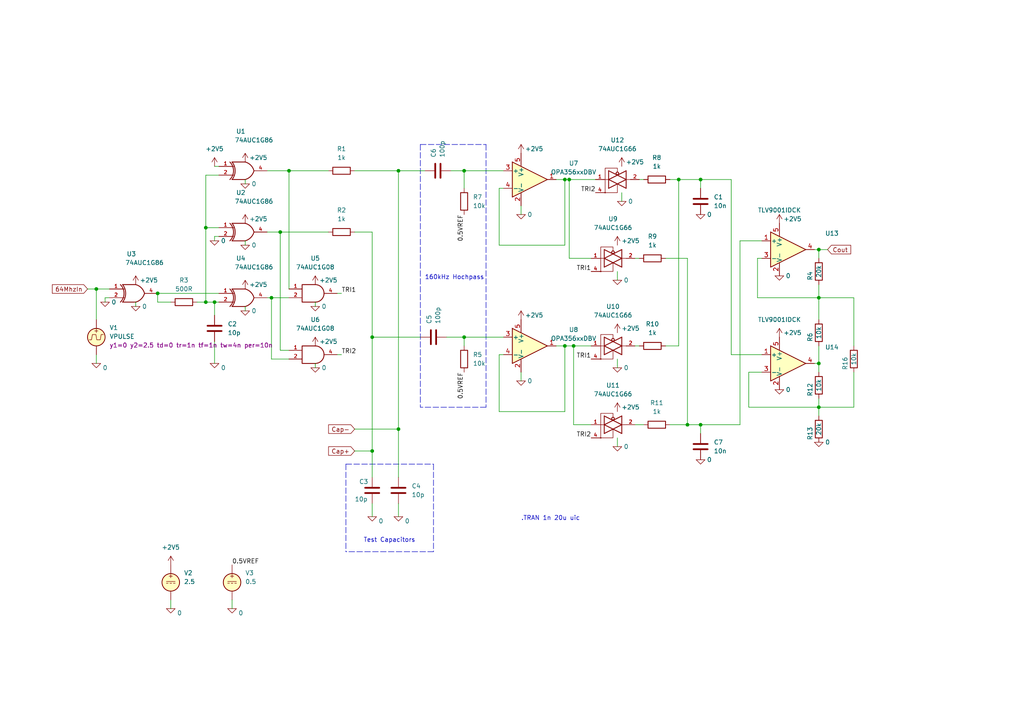
<source format=kicad_sch>
(kicad_sch (version 20211123) (generator eeschema)
  (paper "A4")
  (lib_symbols
    (symbol "74xGxx:74AUC1G08" (pin_names (offset 1.016))
      (property "Reference" "U" (at -2.54 3.81 0))
      (property "Value" "74AUC1G08" (at 0 -3.81 0))
      (symbol "74AUC1G08_0_1"
        (arc (start 0 -2.54) (mid 2.54 0) (end 0 2.54) (stroke (width 0.254)))
        (polyline (pts (xy 0 -2.54) (xy -3.81 -2.54) (xy -3.81 2.54) (xy 0 2.54)) (stroke (width 0.254)))
      )
      (symbol "74AUC1G08_1_1"
        (pin input line (at -7.62 1.27 0) (length 3.81) (name "~") (number "1"))
        (pin input line (at -7.62 -1.27 0) (length 3.81) (name "~") (number "2"))
        (pin power_in line (at 0 -2.54 270) (length 0) hide (name "GND") (number "3"))
        (pin output line (at 6.35 0 180) (length 3.81) (name "~") (number "4"))
        (pin power_in line (at 0 2.54 90) (length 0) hide (name "VCC") (number "5"))
      )
    )
    (symbol "74xGxx:74AUC1G66"
      (property "Reference" "U" (at -2.54 5.08 0))
      (property "Value" "74AUC1G66" (at 0 -5.08 0))
      (symbol "74AUC1G66_0_1"
        (circle (center -3.556 -3.81) (radius 0.127))
        (polyline (pts (xy -3.81 0) (xy -2.54 0)))
        (polyline (pts (xy -2.54 2.54) (xy -2.54 -2.54)) (stroke (width 0.254)))
        (polyline (pts (xy 2.54 0) (xy 3.81 0)))
        (polyline (pts (xy 2.54 2.54) (xy 2.54 -2.54)) (stroke (width 0.254)))
        (polyline (pts (xy -3.81 -3.81) (xy 0 -3.81) (xy 0 -1.27)))
        (polyline (pts (xy -2.54 -2.54) (xy 2.54 0) (xy -2.54 2.54)) (stroke (width 0.254)))
        (polyline (pts (xy 2.54 2.54) (xy -2.54 0) (xy 2.54 -2.54)) (stroke (width 0.254)))
        (polyline (pts (xy 0 2.159) (xy 0 3.302) (xy -3.556 3.302) (xy -3.556 -3.81)))
        (circle (center 0 1.778) (radius 0.381) (stroke (width 0.254)))
      )
      (symbol "74AUC1G66_1_1"
        (pin bidirectional line (at -6.35 0 0) (length 2.54) (name "~") (number "1"))
        (pin bidirectional line (at 6.35 0 180) (length 2.54) (name "~") (number "2"))
        (pin power_in line (at 1.27 -3.81 270) (length 0) hide (name "GND") (number "3"))
        (pin input line (at -6.35 -3.81 0) (length 2.54) (name "~") (number "4"))
        (pin power_in line (at 1.27 3.81 90) (length 0) hide (name "VCC") (number "5"))
      )
    )
    (symbol "74xGxx:74AUC1G86" (pin_names (offset 1.016))
      (property "Reference" "U" (at -2.54 3.81 0))
      (property "Value" "74AUC1G86" (at 0 -3.81 0))
      (symbol "74AUC1G86_0_1"
        (arc (start -4.445 -2.54) (mid -3.3929 0) (end -4.445 2.54) (stroke (width 0.254)))
        (arc (start -3.81 -2.54) (mid -2.919 0) (end -3.81 2.54) (stroke (width 0.254)))
        (arc (start 0 -2.54) (mid 1.5993 -1.6027) (end 2.54 0) (stroke (width 0.254)))
        (polyline (pts (xy -3.81 -1.27) (xy -3.175 -1.27)))
        (polyline (pts (xy -3.81 1.27) (xy -3.175 1.27)))
        (polyline (pts (xy 0 -2.54) (xy -3.81 -2.54)) (stroke (width 0.254)) (fill (type background)))
        (polyline (pts (xy 0 2.54) (xy -3.81 2.54)) (stroke (width 0.254)) (fill (type background)))
        (arc (start 2.54 0) (mid 1.6119 1.6152) (end 0 2.54) (stroke (width 0.254)))
      )
      (symbol "74AUC1G86_1_1"
        (pin input line (at -7.62 1.27 0) (length 3.81) (name "~") (number "1"))
        (pin input line (at -7.62 -1.27 0) (length 3.81) (name "~") (number "2"))
        (pin power_in line (at 0 -2.54 270) (length 0) hide (name "GND") (number "3"))
        (pin output line (at 6.35 0 180) (length 3.81) (name "~") (number "4"))
        (pin power_in line (at 0 2.54 90) (length 0) hide (name "VCC") (number "5"))
      )
    )
    (symbol "Amplifier_Operational:OPA356xxDBV" (pin_names (offset 0.127))
      (property "Reference" "U" (at -1.27 6.35 0))
      (property "Value" "OPA356xxDBV" (at -1.27 3.81 0))
      (symbol "OPA356xxDBV_0_1"
        (polyline (pts (xy -5.08 5.08) (xy 5.08 0) (xy -5.08 -5.08) (xy -5.08 5.08)) (stroke (width 0.254)) (fill (type background)))
        (pin power_in line (at -2.54 -7.62 90) (length 3.81) (name "V-") (number "2"))
        (pin power_in line (at -2.54 7.62 270) (length 3.81) (name "V+") (number "5"))
      )
      (symbol "OPA356xxDBV_1_1"
        (pin output line (at 7.62 0 180) (length 2.54) (name "~") (number "1"))
        (pin input line (at -7.62 2.54 0) (length 2.54) (name "+") (number "3"))
        (pin input line (at -7.62 -2.54 0) (length 2.54) (name "-") (number "4"))
      )
    )
    (symbol "Amplifier_Operational:TLV9001IDCK" (pin_names (offset 0.127))
      (property "Reference" "U" (at 7.62 2.54 0))
      (property "Value" "TLV9001IDCK" (at 11.43 -2.54 0))
      (symbol "TLV9001IDCK_0_1"
        (polyline (pts (xy -2.54 5.08) (xy -2.54 -5.08) (xy 7.62 0) (xy -2.54 5.08)) (stroke (width 0.254)) (fill (type background)))
      )
      (symbol "TLV9001IDCK_1_1"
        (pin input line (at -5.08 2.54 0) (length 2.54) (name "+") (number "1"))
        (pin power_in line (at 0 -7.62 90) (length 3.81) (name "V-") (number "2"))
        (pin input line (at -5.08 -2.54 0) (length 2.54) (name "-") (number "3"))
        (pin output line (at 10.16 0 180) (length 2.54) (name "~") (number "4"))
        (pin power_in line (at 0 7.62 270) (length 3.81) (name "V+") (number "5"))
      )
    )
    (symbol "Device:C" (pin_numbers hide) (pin_names (offset 0.254))
      (property "Reference" "C" (at 0.635 2.54 0))
      (property "Value" "C" (at 0.635 -2.54 0))
      (symbol "C_0_1"
        (polyline (pts (xy -2.032 -0.762) (xy 2.032 -0.762)) (stroke (width 0.508)))
        (polyline (pts (xy -2.032 0.762) (xy 2.032 0.762)) (stroke (width 0.508)))
      )
      (symbol "C_1_1"
        (pin passive line (at 0 3.81 270) (length 2.794) (name "~") (number "1"))
        (pin passive line (at 0 -3.81 90) (length 2.794) (name "~") (number "2"))
      )
    )
    (symbol "Device:R" (pin_numbers hide) (pin_names (offset 0))
      (property "Reference" "R" (at 2.032 0 90))
      (property "Value" "R" (at 0 0 90))
      (symbol "R_0_1"
        (rectangle (start -1.016 -2.54) (end 1.016 2.54) (stroke (width 0.254)))
      )
      (symbol "R_1_1"
        (pin passive line (at 0 3.81 270) (length 1.27) (name "~") (number "1"))
        (pin passive line (at 0 -3.81 90) (length 1.27) (name "~") (number "2"))
      )
    )
    (symbol "Simulation_SPICE:VDC" (pin_numbers hide) (pin_names (offset 0.0254))
      (property "Reference" "V" (at 2.54 2.54 0))
      (property "Value" "VDC" (at 2.54 0 0))
      (property "Spice_Model" "dc(1)" (at 2.54 -2.54 0))
      (symbol "VDC_0_0"
        (polyline (pts (xy -1.27 0.254) (xy 1.27 0.254)))
        (polyline (pts (xy -0.762 -0.254) (xy -1.27 -0.254)))
        (polyline (pts (xy 0.254 -0.254) (xy -0.254 -0.254)))
        (polyline (pts (xy 1.27 -0.254) (xy 0.762 -0.254)))
        (text "+" (at 0 1.905 0) (effects (font (size 1.27 1.27))))
      )
      (symbol "VDC_0_1"
        (circle (center 0 0) (radius 2.54) (stroke (width 0.254)) (fill (type background)))
      )
      (symbol "VDC_1_1"
        (pin passive line (at 0 5.08 270) (length 2.54) (name "~") (number "1"))
        (pin passive line (at 0 -5.08 90) (length 2.54) (name "~") (number "2"))
      )
    )
    (symbol "Simulation_SPICE:VPULSE" (pin_numbers hide) (pin_names (offset 0.0254))
      (property "Reference" "V" (at 2.54 2.54 0))
      (property "Value" "VPULSE" (at 2.54 0 0))
      (property "Spice_Model" "pulse(0 1 2n 2n 2n 50n 100n)" (at 2.54 -2.54 0))
      (symbol "VPULSE_0_0"
        (polyline (pts (xy -2.032 -0.762) (xy -1.397 -0.762) (xy -1.143 0.762) (xy -0.127 0.762) (xy 0.127 -0.762) (xy 1.143 -0.762) (xy 1.397 0.762) (xy 2.032 0.762)))
        (text "+" (at 0 1.905 0) (effects (font (size 1.27 1.27))))
      )
      (symbol "VPULSE_0_1"
        (circle (center 0 0) (radius 2.54) (stroke (width 0.254)) (fill (type background)))
      )
      (symbol "VPULSE_1_1"
        (pin passive line (at 0 5.08 270) (length 2.54) (name "~") (number "1"))
        (pin passive line (at 0 -5.08 90) (length 2.54) (name "~") (number "2"))
      )
    )
    (symbol "power:+2V5" (power) (pin_names (offset 0))
      (property "Value" "+2V5" (at 0 3.556 0))
      (symbol "+2V5_0_1"
        (polyline (pts (xy -0.762 1.27) (xy 0 2.54)))
        (polyline (pts (xy 0 0) (xy 0 2.54)))
        (polyline (pts (xy 0 2.54) (xy 0.762 1.27)))
      )
      (symbol "+2V5_1_1"
        (pin power_in line (at 0 0 90) (length 0) hide (name "+2V5") (number "1"))
      )
    )
    (symbol "pspice:0" (power) (pin_names (offset 0))
      (property "Value" "0" (at 0 -1.778 0))
      (symbol "0_0_1"
        (polyline (pts (xy -1.27 0) (xy 0 -1.27) (xy 1.27 0) (xy -1.27 0)))
      )
      (symbol "0_1_1"
        (pin power_in line (at 0 0 0) (length 0) hide (name "0") (number "1"))
      )
    )
  )
  (junction (at 45.72 85.09))
  (junction (at 83.82 49.53))
  (junction (at 237.49 72.39))
  (junction (at 107.95 130.81))
  (junction (at 203.2 123.19))
  (junction (at 59.69 66.04))
  (junction (at 134.62 97.79))
  (junction (at 62.23 87.63))
  (junction (at 165.1 52.07))
  (junction (at 115.57 124.46))
  (junction (at 59.69 87.63))
  (junction (at 115.57 49.53))
  (junction (at 81.28 67.31))
  (junction (at 107.95 97.79))
  (junction (at 237.49 105.41))
  (junction (at 166.37 100.33))
  (junction (at 199.39 123.19))
  (junction (at 163.83 100.33))
  (junction (at 237.49 118.11))
  (junction (at 78.74 86.36))
  (junction (at 134.62 49.53))
  (junction (at 27.94 83.82))
  (junction (at 203.2 52.07))
  (junction (at 237.49 86.36))
  (junction (at 196.85 52.07))
  (junction (at 163.83 52.07))
  (wire (pts (xy 107.95 97.79) (xy 121.92 97.79)))
  (wire (pts (xy 67.31 173.99) (xy 67.31 176.53)))
  (wire (pts (xy 62.23 91.44) (xy 62.23 87.63)))
  (wire (pts (xy 27.94 102.87) (xy 27.94 105.41)))
  (wire (pts (xy 240.03 72.39) (xy 237.49 72.39)))
  (wire (pts (xy 184.15 123.19) (xy 186.69 123.19)))
  (wire (pts (xy 199.39 74.93) (xy 199.39 123.19)))
  (wire (pts (xy 27.94 83.82) (xy 31.75 83.82)))
  (wire (pts (xy 237.49 115.57) (xy 237.49 118.11)))
  (wire (pts (xy 59.69 50.8) (xy 63.5 50.8)))
  (wire (pts (xy 237.49 105.41) (xy 236.22 105.41)))
  (wire (pts (xy 212.09 52.07) (xy 203.2 52.07)))
  (wire (pts (xy 217.17 118.11) (xy 237.49 118.11)))
  (wire (pts (xy 71.12 88.9) (xy 71.12 90.17)))
  (wire (pts (xy 184.15 100.33) (xy 185.42 100.33)))
  (wire (pts (xy 102.87 124.46) (xy 115.57 124.46)))
  (wire (pts (xy 163.83 119.38) (xy 163.83 100.33)))
  (wire (pts (xy 49.53 173.99) (xy 49.53 176.53)))
  (wire (pts (xy 237.49 105.41) (xy 237.49 107.95)))
  (wire (pts (xy 83.82 49.53) (xy 95.25 49.53)))
  (wire (pts (xy 214.63 123.19) (xy 214.63 69.85)))
  (wire (pts (xy 146.05 54.61) (xy 144.78 54.61)))
  (wire (pts (xy 130.81 49.53) (xy 134.62 49.53)))
  (wire (pts (xy 163.83 100.33) (xy 161.29 100.33)))
  (wire (pts (xy 62.23 99.06) (xy 62.23 105.41)))
  (wire (pts (xy 78.74 86.36) (xy 83.82 86.36)))
  (wire (pts (xy 81.28 101.6) (xy 81.28 67.31)))
  (wire (pts (xy 237.49 100.33) (xy 237.49 105.41)))
  (wire (pts (xy 220.98 102.87) (xy 212.09 102.87)))
  (wire (pts (xy 163.83 100.33) (xy 166.37 100.33)))
  (wire (pts (xy 237.49 86.36) (xy 247.65 86.36)))
  (wire (pts (xy 144.78 119.38) (xy 163.83 119.38)))
  (polyline (pts (xy 100.33 134.62) (xy 100.33 160.02)))
  (wire (pts (xy 71.12 52.07) (xy 71.12 53.34)))
  (wire (pts (xy 237.49 82.55) (xy 237.49 86.36)))
  (wire (pts (xy 203.2 125.73) (xy 203.2 123.19)))
  (wire (pts (xy 71.12 69.85) (xy 71.12 71.12)))
  (wire (pts (xy 30.48 87.63) (xy 30.48 86.36)))
  (wire (pts (xy 219.71 74.93) (xy 219.71 86.36)))
  (wire (pts (xy 185.42 52.07) (xy 186.69 52.07)))
  (wire (pts (xy 196.85 100.33) (xy 196.85 52.07)))
  (wire (pts (xy 199.39 123.19) (xy 194.31 123.19)))
  (wire (pts (xy 107.95 130.81) (xy 107.95 97.79)))
  (wire (pts (xy 196.85 52.07) (xy 194.31 52.07)))
  (wire (pts (xy 107.95 146.05) (xy 107.95 149.86)))
  (wire (pts (xy 217.17 107.95) (xy 220.98 107.95)))
  (wire (pts (xy 179.07 104.14) (xy 179.07 106.68)))
  (wire (pts (xy 83.82 101.6) (xy 81.28 101.6)))
  (wire (pts (xy 134.62 97.79) (xy 134.62 100.33)))
  (wire (pts (xy 107.95 138.43) (xy 107.95 130.81)))
  (wire (pts (xy 163.83 71.12) (xy 163.83 52.07)))
  (wire (pts (xy 115.57 124.46) (xy 115.57 49.53)))
  (wire (pts (xy 115.57 138.43) (xy 115.57 124.46)))
  (wire (pts (xy 45.72 87.63) (xy 45.72 85.09)))
  (wire (pts (xy 163.83 52.07) (xy 161.29 52.07)))
  (wire (pts (xy 214.63 69.85) (xy 220.98 69.85)))
  (wire (pts (xy 220.98 74.93) (xy 219.71 74.93)))
  (wire (pts (xy 62.23 48.26) (xy 63.5 48.26)))
  (wire (pts (xy 62.23 69.85) (xy 62.23 68.58)))
  (wire (pts (xy 144.78 71.12) (xy 144.78 54.61)))
  (wire (pts (xy 62.23 87.63) (xy 63.5 87.63)))
  (wire (pts (xy 247.65 86.36) (xy 247.65 100.33)))
  (wire (pts (xy 247.65 118.11) (xy 237.49 118.11)))
  (wire (pts (xy 179.07 78.74) (xy 179.07 81.28)))
  (wire (pts (xy 91.44 105.41) (xy 91.44 106.68)))
  (wire (pts (xy 27.94 83.82) (xy 27.94 92.71)))
  (wire (pts (xy 83.82 83.82) (xy 83.82 49.53)))
  (wire (pts (xy 237.49 118.11) (xy 237.49 120.65)))
  (polyline (pts (xy 140.97 118.11) (xy 121.92 118.11)))
  (wire (pts (xy 144.78 102.87) (xy 144.78 119.38)))
  (polyline (pts (xy 140.97 41.91) (xy 140.97 118.11)))
  (wire (pts (xy 25.4 83.82) (xy 27.94 83.82)))
  (wire (pts (xy 102.87 130.81) (xy 107.95 130.81)))
  (wire (pts (xy 39.37 87.63) (xy 39.37 88.9)))
  (wire (pts (xy 115.57 49.53) (xy 123.19 49.53)))
  (polyline (pts (xy 121.92 41.91) (xy 121.92 118.11)))
  (wire (pts (xy 247.65 107.95) (xy 247.65 118.11)))
  (wire (pts (xy 45.72 87.63) (xy 49.53 87.63)))
  (polyline (pts (xy 125.73 160.02) (xy 100.33 160.02)))
  (wire (pts (xy 171.45 123.19) (xy 166.37 123.19)))
  (wire (pts (xy 165.1 52.07) (xy 165.1 74.93)))
  (wire (pts (xy 59.69 50.8) (xy 59.69 66.04)))
  (wire (pts (xy 62.23 68.58) (xy 63.5 68.58)))
  (wire (pts (xy 107.95 67.31) (xy 102.87 67.31)))
  (wire (pts (xy 184.15 74.93) (xy 185.42 74.93)))
  (wire (pts (xy 212.09 102.87) (xy 212.09 52.07)))
  (wire (pts (xy 237.49 86.36) (xy 237.49 92.71)))
  (polyline (pts (xy 121.92 41.91) (xy 140.97 41.91)))
  (wire (pts (xy 151.13 107.95) (xy 151.13 110.49)))
  (wire (pts (xy 193.04 74.93) (xy 199.39 74.93)))
  (wire (pts (xy 171.45 74.93) (xy 165.1 74.93)))
  (wire (pts (xy 99.06 102.87) (xy 97.79 102.87)))
  (wire (pts (xy 57.15 87.63) (xy 59.69 87.63)))
  (wire (pts (xy 134.62 49.53) (xy 134.62 54.61)))
  (wire (pts (xy 83.82 49.53) (xy 77.47 49.53)))
  (wire (pts (xy 59.69 66.04) (xy 63.5 66.04)))
  (wire (pts (xy 203.2 123.19) (xy 214.63 123.19)))
  (wire (pts (xy 151.13 59.69) (xy 151.13 62.23)))
  (wire (pts (xy 219.71 86.36) (xy 237.49 86.36)))
  (wire (pts (xy 146.05 102.87) (xy 144.78 102.87)))
  (wire (pts (xy 59.69 87.63) (xy 62.23 87.63)))
  (wire (pts (xy 78.74 104.14) (xy 78.74 86.36)))
  (wire (pts (xy 107.95 97.79) (xy 107.95 67.31)))
  (wire (pts (xy 45.72 85.09) (xy 63.5 85.09)))
  (wire (pts (xy 163.83 52.07) (xy 165.1 52.07)))
  (wire (pts (xy 203.2 123.19) (xy 199.39 123.19)))
  (wire (pts (xy 237.49 72.39) (xy 237.49 74.93)))
  (wire (pts (xy 91.44 87.63) (xy 91.44 88.9)))
  (wire (pts (xy 99.06 85.09) (xy 97.79 85.09)))
  (wire (pts (xy 115.57 146.05) (xy 115.57 149.86)))
  (wire (pts (xy 193.04 100.33) (xy 196.85 100.33)))
  (wire (pts (xy 81.28 67.31) (xy 95.25 67.31)))
  (wire (pts (xy 166.37 100.33) (xy 166.37 123.19)))
  (wire (pts (xy 134.62 49.53) (xy 146.05 49.53)))
  (wire (pts (xy 203.2 54.61) (xy 203.2 52.07)))
  (wire (pts (xy 179.07 127) (xy 179.07 129.54)))
  (wire (pts (xy 59.69 66.04) (xy 59.69 87.63)))
  (wire (pts (xy 129.54 97.79) (xy 134.62 97.79)))
  (wire (pts (xy 217.17 107.95) (xy 217.17 118.11)))
  (wire (pts (xy 180.34 55.88) (xy 180.34 58.42)))
  (wire (pts (xy 165.1 52.07) (xy 172.72 52.07)))
  (wire (pts (xy 78.74 86.36) (xy 77.47 86.36)))
  (wire (pts (xy 134.62 97.79) (xy 146.05 97.79)))
  (wire (pts (xy 81.28 67.31) (xy 77.47 67.31)))
  (polyline (pts (xy 100.33 134.62) (xy 125.73 134.62)))
  (wire (pts (xy 83.82 104.14) (xy 78.74 104.14)))
  (wire (pts (xy 166.37 100.33) (xy 171.45 100.33)))
  (polyline (pts (xy 125.73 134.62) (xy 125.73 160.02)))
  (wire (pts (xy 30.48 86.36) (xy 31.75 86.36)))
  (wire (pts (xy 144.78 71.12) (xy 163.83 71.12)))
  (wire (pts (xy 203.2 52.07) (xy 196.85 52.07)))
  (wire (pts (xy 237.49 72.39) (xy 236.22 72.39)))
  (wire (pts (xy 115.57 49.53) (xy 102.87 49.53)))
  (text "Test Capacitors" (at 105.41 157.48 0) (effects (font (size 1.27 1.27)) (justify left bottom)))
  (text ".TRAN 1n 20u uic" (at 151.13 151.13 0) (effects (font (size 1.27 1.27)) (justify left bottom)))
  (text "160kHz Hochpass" (at 123.19 81.28 0) (effects (font (size 1.27 1.27)) (justify left bottom)))
  (label "TRI1" (at 171.45 104.14 180))
  (label "TRI1" (at 171.45 78.74 180))
  (label "0.5VREF" (at 134.62 62.23 270))
  (label "0.5VREF" (at 134.62 107.95 270))
  (label "TRI2" (at 172.72 55.88 180))
  (label "TRI2" (at 171.45 127 180))
  (label "TRI1" (at 99.06 85.09 0))
  (label "0.5VREF" (at 67.31 163.83 0))
  (label "TRI2" (at 99.06 102.87 0))
  (global_label "Cout" (shape input) (at 240.03 72.39 0) (property "Intersheet References" "${INTERSHEET_REFS}" (effects hide)))
  (global_label "Cap+" (shape input) (at 102.87 130.81 180) (property "Intersheet References" "${INTERSHEET_REFS}" (effects hide)))
  (global_label "64MhzIn" (shape input) (at 25.4 83.82 180) (property "Intersheet References" "${INTERSHEET_REFS}" (effects hide)))
  (global_label "Cap-" (shape input) (at 102.87 124.46 180) (property "Intersheet References" "${INTERSHEET_REFS}" (effects hide)))
  (symbol (lib_id "pspice:0") (at 67.31 176.53 0) (unit 1)
    (property "Reference" "#GND021" (effects hide))
    (property "Value" "0" (at 69.85 177.8 0))
  )
  (symbol (lib_id "power:+2V5") (at 180.34 48.26 0) (unit 1)
    (property "Reference" "#PWR014" (effects hide))
    (property "Value" "+2V5" (at 184.15 46.99 0))
  )
  (symbol (lib_id "74xGxx:74AUC1G08") (at 91.44 102.87 0) (unit 1)
    (property "Reference" "U6" (at 91.44 92.71 0))
    (property "Value" "74AUC1G08" (at 91.44 95.25 0))
    (property "Datasheet" "http://www.ti.com/lit/sg/scyt129e/scyt129e.pdf" (effects hide))
    (property "Spice_Primitive" "X" (effects hide))
    (property "Spice_Model" "SN74AUC1G08" (effects hide))
    (property "Spice_Netlist_Enabled" "Y" (effects hide))
    (property "Spice_Node_Sequence" "4 1 2 5 3" (effects hide))
    (property "Spice_Lib_File" "Model\\SN74AUC2G08.cir" (effects hide))
  )
  (symbol (lib_id "power:+2V5") (at 151.13 44.45 0) (unit 1)
    (property "Reference" "#PWR09" (effects hide))
    (property "Value" "+2V5" (at 154.94 43.18 0))
  )
  (symbol (lib_id "power:+2V5") (at 226.06 64.77 0) (unit 1)
    (property "Reference" "#PWR018" (effects hide))
    (property "Value" "+2V5" (at 229.87 63.5 0))
  )
  (symbol (lib_id "pspice:0") (at 151.13 110.49 0) (unit 1)
    (property "Reference" "#GND013" (effects hide))
    (property "Value" "0" (at 153.67 110.49 0))
  )
  (symbol (lib_id "pspice:0") (at 71.12 71.12 0) (unit 1)
    (property "Reference" "#GND04" (effects hide))
    (property "Value" "0" (at 73.66 71.12 0))
  )
  (symbol (lib_id "Device:C") (at 107.95 142.24 0) (unit 1)
    (property "Reference" "C3" (at 104.14 139.7 0) (effects (justify left)))
    (property "Value" "10p" (at 102.87 144.78 0) (effects (justify left)))
    (property "Spice_Primitive" "C" (effects hide))
    (property "Spice_Model" "10p IC=1.25" (effects hide))
    (property "Spice_Netlist_Enabled" "Y" (effects hide))
  )
  (symbol (lib_id "pspice:0") (at 62.23 69.85 0) (unit 1)
    (property "Reference" "#GND02" (effects hide))
    (property "Value" "0" (at 64.77 69.85 0))
  )
  (symbol (lib_id "Amplifier_Operational:OPA356xxDBV") (at 153.67 52.07 0) (unit 1)
    (property "Reference" "U7" (at 166.37 47.371 0))
    (property "Value" "OPA356xxDBV" (at 166.37 49.911 0))
    (property "Footprint" "Package_TO_SOT_SMD:SOT-23-5" (effects hide))
    (property "Datasheet" "http://www.ti.com/lit/ds/symlink/opa356.pdf" (effects hide))
    (property "Spice_Primitive" "X" (effects hide))
    (property "Spice_Model" "OPA356" (effects hide))
    (property "Spice_Netlist_Enabled" "Y" (effects hide))
    (property "Spice_Node_Sequence" "1 2 3 4 5" (effects hide))
    (property "Spice_Lib_File" "Model\\OPA356.LIB" (effects hide))
  )
  (symbol (lib_id "Device:R") (at 237.49 78.74 180) (unit 1)
    (property "Reference" "R4" (at 234.95 80.01 90))
    (property "Value" "20k" (at 237.49 78.74 90))
  )
  (symbol (lib_id "pspice:0") (at 226.06 113.03 0) (unit 1)
    (property "Reference" "#GND029" (effects hide))
    (property "Value" "0" (at 228.6 113.03 0))
  )
  (symbol (lib_id "74xGxx:74AUC1G66") (at 177.8 74.93 0) (unit 1)
    (property "Reference" "U9" (at 177.8 63.5 0))
    (property "Value" "74AUC1G66" (at 177.8 66.04 0))
    (property "Datasheet" "http://www.ti.com/lit/ds/symlink/sn74auc1g66.pdf" (effects hide))
    (property "Spice_Primitive" "X" (effects hide))
    (property "Spice_Model" "SN74AUC1G66" (effects hide))
    (property "Spice_Netlist_Enabled" "Y" (effects hide))
    (property "Spice_Node_Sequence" "1 2 4 5 3" (effects hide))
    (property "Spice_Lib_File" "Model\\sn74auc1g66.lib" (effects hide))
  )
  (symbol (lib_id "Device:R") (at 189.23 74.93 90) (unit 1)
    (property "Reference" "R9" (at 189.23 68.58 90))
    (property "Value" "1k" (at 189.23 71.12 90))
  )
  (symbol (lib_id "Amplifier_Operational:OPA356xxDBV") (at 153.67 100.33 0) (unit 1)
    (property "Reference" "U8" (at 166.37 95.631 0))
    (property "Value" "OPA356xxDBV" (at 166.37 98.171 0))
    (property "Footprint" "Package_TO_SOT_SMD:SOT-23-5" (effects hide))
    (property "Datasheet" "http://www.ti.com/lit/ds/symlink/opa356.pdf" (effects hide))
    (property "Spice_Primitive" "X" (effects hide))
    (property "Spice_Model" "OPA356" (effects hide))
    (property "Spice_Netlist_Enabled" "Y" (effects hide))
    (property "Spice_Node_Sequence" "1 2 3 4 5" (effects hide))
    (property "Spice_Lib_File" "Model\\OPA356.LIB" (effects hide))
  )
  (symbol (lib_id "74xGxx:74AUC1G86") (at 71.12 67.31 0) (unit 1)
    (property "Reference" "U2" (at 69.85 55.88 0))
    (property "Value" "74AUC1G86" (at 73.66 58.42 0))
    (property "Datasheet" "http://www.ti.com/lit/sg/scyt129e/scyt129e.pdf" (effects hide))
    (property "Spice_Primitive" "X" (effects hide))
    (property "Spice_Model" "SN74AUC1G86" (effects hide))
    (property "Spice_Netlist_Enabled" "Y" (effects hide))
    (property "Spice_Lib_File" "Model\\SN74AUC1G86.cir" (effects hide))
    (property "Spice_Node_Sequence" "4 1 2 5 3" (effects hide))
  )
  (symbol (lib_id "pspice:0") (at 151.13 62.23 0) (unit 1)
    (property "Reference" "#GND012" (effects hide))
    (property "Value" "0" (at 153.67 62.23 0))
  )
  (symbol (lib_id "pspice:0") (at 237.49 128.27 0) (unit 1)
    (property "Reference" "#GND023" (effects hide))
    (property "Value" "0" (at 240.03 128.27 0))
  )
  (symbol (lib_id "Device:R") (at 237.49 111.76 180) (unit 1)
    (property "Reference" "R12" (at 234.95 113.03 90))
    (property "Value" "10k" (at 237.49 111.76 90))
  )
  (symbol (lib_id "pspice:0") (at 49.53 176.53 0) (unit 1)
    (property "Reference" "#GND011" (effects hide))
    (property "Value" "0" (at 52.07 177.8 0))
  )
  (symbol (lib_id "power:+2V5") (at 179.07 96.52 0) (unit 1)
    (property "Reference" "#PWR012" (effects hide))
    (property "Value" "+2V5" (at 182.88 95.25 0))
  )
  (symbol (lib_id "pspice:0") (at 30.48 87.63 0) (unit 1)
    (property "Reference" "#GND05" (effects hide))
    (property "Value" "0" (at 33.02 87.63 0))
  )
  (symbol (lib_id "74xGxx:74AUC1G08") (at 91.44 85.09 0) (unit 1)
    (property "Reference" "U5" (at 91.44 74.93 0))
    (property "Value" "74AUC1G08" (at 91.44 77.47 0))
    (property "Datasheet" "http://www.ti.com/lit/sg/scyt129e/scyt129e.pdf" (effects hide))
    (property "Spice_Primitive" "X" (effects hide))
    (property "Spice_Model" "SN74AUC1G08" (effects hide))
    (property "Spice_Netlist_Enabled" "Y" (effects hide))
    (property "Spice_Node_Sequence" "4 1 2 5 3" (effects hide))
    (property "Spice_Lib_File" "Model\\SN74AUC2G08.cir" (effects hide))
  )
  (symbol (lib_id "pspice:0") (at 71.12 53.34 0) (unit 1)
    (property "Reference" "#GND03" (effects hide))
    (property "Value" "0" (at 73.66 53.34 0))
  )
  (symbol (lib_id "power:+2V5") (at 91.44 82.55 0) (unit 1)
    (property "Reference" "#PWR07" (effects hide))
    (property "Value" "+2V5" (at 95.25 81.28 0))
  )
  (symbol (lib_id "pspice:0") (at 71.12 90.17 0) (unit 1)
    (property "Reference" "#GND07" (effects hide))
    (property "Value" "0" (at 73.66 90.17 0))
  )
  (symbol (lib_id "74xGxx:74AUC1G86") (at 71.12 86.36 0) (unit 1)
    (property "Reference" "U4" (at 69.85 74.93 0))
    (property "Value" "74AUC1G86" (at 73.66 77.47 0))
    (property "Datasheet" "http://www.ti.com/lit/sg/scyt129e/scyt129e.pdf" (effects hide))
    (property "Spice_Primitive" "X" (effects hide))
    (property "Spice_Model" "SN74AUC1G86" (effects hide))
    (property "Spice_Netlist_Enabled" "Y" (effects hide))
    (property "Spice_Lib_File" "Model\\SN74AUC1G86.cir" (effects hide))
    (property "Spice_Node_Sequence" "4 1 2 5 3" (effects hide))
  )
  (symbol (lib_id "pspice:0") (at 179.07 129.54 0) (unit 1)
    (property "Reference" "#GND016" (effects hide))
    (property "Value" "0" (at 181.61 129.54 0))
  )
  (symbol (lib_id "power:+2V5") (at 91.44 100.33 0) (unit 1)
    (property "Reference" "#PWR08" (effects hide))
    (property "Value" "+2V5" (at 95.25 99.06 0))
  )
  (symbol (lib_id "Device:R") (at 189.23 100.33 90) (unit 1)
    (property "Reference" "R10" (at 189.23 93.98 90))
    (property "Value" "1k" (at 189.23 96.52 90))
  )
  (symbol (lib_id "pspice:0") (at 27.94 105.41 0) (unit 1)
    (property "Reference" "#GND01" (effects hide))
    (property "Value" "0" (at 30.48 106.68 0))
  )
  (symbol (lib_id "Simulation_SPICE:VPULSE") (at 27.94 97.79 0) (unit 1) (in_bom no) (on_board no)
    (property "Reference" "V1" (at 31.75 95.0601 0) (effects (justify left)))
    (property "Value" "VPULSE" (at 31.75 97.6001 0) (effects (justify left)))
    (property "Spice_Netlist_Enabled" "Y" (effects hide))
    (property "Spice_Primitive" "V" (effects hide))
    (property "Spice_Model" "pulse(0 2.5 0 1n 1n 4n 10n)" (at 31.75 100.1401 0) (effects (justify left)))
  )
  (symbol (lib_id "power:+2V5") (at 151.13 92.71 0) (unit 1)
    (property "Reference" "#PWR010" (effects hide))
    (property "Value" "+2V5" (at 154.94 91.44 0))
  )
  (symbol (lib_id "power:+2V5") (at 49.53 163.83 0) (unit 1)
    (property "Reference" "#PWR01" (effects hide))
    (property "Value" "+2V5" (at 49.53 158.75 0))
  )
  (symbol (lib_id "power:+2V5") (at 62.23 48.26 0) (unit 1)
    (property "Reference" "#PWR02" (effects hide))
    (property "Value" "+2V5" (at 62.23 43.18 0))
  )
  (symbol (lib_id "pspice:0") (at 62.23 105.41 0) (unit 1)
    (property "Reference" "#GND019" (effects hide))
    (property "Value" "0" (at 64.77 106.68 0))
  )
  (symbol (lib_id "74xGxx:74AUC1G66") (at 177.8 100.33 0) (unit 1)
    (property "Reference" "U10" (at 177.8 88.9 0))
    (property "Value" "74AUC1G66" (at 177.8 91.44 0))
    (property "Datasheet" "http://www.ti.com/lit/ds/symlink/sn74auc1g66.pdf" (effects hide))
    (property "Spice_Primitive" "X" (effects hide))
    (property "Spice_Model" "SN74AUC1G66" (effects hide))
    (property "Spice_Netlist_Enabled" "Y" (effects hide))
    (property "Spice_Node_Sequence" "1 2 4 5 3" (effects hide))
    (property "Spice_Lib_File" "Model\\sn74auc1g66.lib" (effects hide))
  )
  (symbol (lib_id "Device:C") (at 127 49.53 90) (unit 1)
    (property "Reference" "C6" (at 125.7299 45.72 0) (effects (justify left)))
    (property "Value" "100p" (at 128.2699 45.72 0) (effects (justify left)))
  )
  (symbol (lib_id "pspice:0") (at 179.07 106.68 0) (unit 1)
    (property "Reference" "#GND015" (effects hide))
    (property "Value" "0" (at 181.61 106.68 0))
  )
  (symbol (lib_id "Device:R") (at 190.5 52.07 90) (unit 1)
    (property "Reference" "R8" (at 190.5 45.72 90))
    (property "Value" "1k" (at 190.5 48.26 90))
  )
  (symbol (lib_id "pspice:0") (at 226.06 80.01 0) (unit 1)
    (property "Reference" "#GND028" (effects hide))
    (property "Value" "0" (at 228.6 80.01 0))
  )
  (symbol (lib_id "pspice:0") (at 179.07 81.28 0) (unit 1)
    (property "Reference" "#GND014" (effects hide))
    (property "Value" "0" (at 181.61 81.28 0))
  )
  (symbol (lib_id "pspice:0") (at 115.57 149.86 0) (unit 1)
    (property "Reference" "#GND022" (effects hide))
    (property "Value" "0" (at 118.11 151.13 0))
  )
  (symbol (lib_id "pspice:0") (at 203.2 133.35 0) (unit 1)
    (property "Reference" "#GND018" (effects hide))
    (property "Value" "0" (at 205.74 133.35 0))
  )
  (symbol (lib_id "Device:R") (at 134.62 104.14 180) (unit 1)
    (property "Reference" "R5" (at 137.16 102.8699 0) (effects (justify right)))
    (property "Value" "10k" (at 137.16 105.4099 0) (effects (justify right)))
  )
  (symbol (lib_id "power:+2V5") (at 179.07 119.38 0) (unit 1)
    (property "Reference" "#PWR013" (effects hide))
    (property "Value" "+2V5" (at 182.88 118.11 0))
  )
  (symbol (lib_id "Simulation_SPICE:VDC") (at 49.53 168.91 0) (unit 1)
    (property "Reference" "V2" (at 53.34 166.1801 0) (effects (justify left)))
    (property "Value" "VDC" (at 53.34 168.7201 0) (effects (justify left)))
    (property "Spice_Netlist_Enabled" "Y" (effects hide))
    (property "Spice_Primitive" "V" (effects hide))
    (property "Spice_Model" "dc(2.5)" (at 53.34 171.2601 0) (effects (justify left)))
  )
  (symbol (lib_id "power:+2V5") (at 71.12 46.99 0) (unit 1)
    (property "Reference" "#PWR03" (effects hide))
    (property "Value" "+2V5" (at 74.93 45.72 0))
  )
  (symbol (lib_id "pspice:0") (at 180.34 58.42 0) (unit 1)
    (property "Reference" "#GND017" (effects hide))
    (property "Value" "0" (at 182.88 58.42 0))
  )
  (symbol (lib_id "power:+2V5") (at 179.07 71.12 0) (unit 1)
    (property "Reference" "#PWR011" (effects hide))
    (property "Value" "+2V5" (at 182.88 69.85 0))
  )
  (symbol (lib_id "power:+2V5") (at 71.12 64.77 0) (unit 1)
    (property "Reference" "#PWR04" (effects hide))
    (property "Value" "+2V5" (at 74.93 63.5 0))
  )
  (symbol (lib_id "pspice:0") (at 39.37 88.9 0) (unit 1)
    (property "Reference" "#GND06" (effects hide))
    (property "Value" "0" (at 41.91 88.9 0))
  )
  (symbol (lib_id "Simulation_SPICE:VDC") (at 67.31 168.91 0) (unit 1)
    (property "Reference" "V3" (at 71.12 166.1801 0) (effects (justify left)))
    (property "Value" "VDC" (at 71.12 168.7201 0) (effects (justify left)))
    (property "Spice_Netlist_Enabled" "Y" (effects hide))
    (property "Spice_Primitive" "V" (effects hide))
    (property "Spice_Model" "dc(0.5)" (at 71.12 171.2601 0) (effects (justify left)))
  )
  (symbol (lib_id "power:+2V5") (at 71.12 83.82 0) (unit 1)
    (property "Reference" "#PWR06" (effects hide))
    (property "Value" "+2V5" (at 74.93 82.55 0))
  )
  (symbol (lib_id "Device:R") (at 134.62 58.42 180) (unit 1)
    (property "Reference" "R7" (at 137.16 57.1499 0) (effects (justify right)))
    (property "Value" "10k" (at 137.16 59.6899 0) (effects (justify right)))
  )
  (symbol (lib_id "pspice:0") (at 107.95 149.86 0) (unit 1)
    (property "Reference" "#GND020" (effects hide))
    (property "Value" "0" (at 110.49 151.13 0))
  )
  (symbol (lib_id "Device:C") (at 203.2 129.54 0) (unit 1)
    (property "Reference" "C7" (at 207.01 128.2699 0) (effects (justify left)))
    (property "Value" "10n" (at 207.01 130.81 0) (effects (justify left)))
    (property "Spice_Primitive" "C" (effects hide))
    (property "Spice_Model" "1n" (effects hide))
    (property "Spice_Netlist_Enabled" "Y" (effects hide))
  )
  (symbol (lib_id "power:+2V5") (at 39.37 82.55 0) (unit 1)
    (property "Reference" "#PWR05" (effects hide))
    (property "Value" "+2V5" (at 43.18 81.28 0))
  )
  (symbol (lib_id "74xGxx:74AUC1G86") (at 71.12 49.53 0) (unit 1)
    (property "Reference" "U1" (at 69.85 38.1 0))
    (property "Value" "74AUC1G86" (at 73.66 40.64 0))
    (property "Datasheet" "http://www.ti.com/lit/sg/scyt129e/scyt129e.pdf" (effects hide))
    (property "Spice_Primitive" "X" (effects hide))
    (property "Spice_Model" "SN74AUC1G86" (effects hide))
    (property "Spice_Netlist_Enabled" "Y" (effects hide))
    (property "Spice_Lib_File" "Model\\SN74AUC1G86.cir" (effects hide))
    (property "Spice_Node_Sequence" "4 1 2 5 3" (effects hide))
  )
  (symbol (lib_id "Device:R") (at 99.06 67.31 270) (unit 1)
    (property "Reference" "R2" (at 99.06 60.96 90))
    (property "Value" "1k" (at 99.06 63.5 90))
  )
  (symbol (lib_id "Device:R") (at 237.49 96.52 180) (unit 1)
    (property "Reference" "R6" (at 234.95 97.79 90))
    (property "Value" "10k" (at 237.49 96.52 90))
  )
  (symbol (lib_id "Device:R") (at 247.65 104.14 180) (unit 1)
    (property "Reference" "R16" (at 245.11 105.41 90))
    (property "Value" "10k" (at 247.65 104.14 90))
  )
  (symbol (lib_id "pspice:0") (at 203.2 62.23 0) (unit 1)
    (property "Reference" "#GND010" (effects hide))
    (property "Value" "0" (at 205.74 62.23 0))
  )
  (symbol (lib_id "Device:R") (at 237.49 124.46 180) (unit 1)
    (property "Reference" "R13" (at 234.95 125.73 90))
    (property "Value" "20k" (at 237.49 124.46 90))
  )
  (symbol (lib_id "Device:C") (at 125.73 97.79 90) (unit 1)
    (property "Reference" "C5" (at 124.4599 93.98 0) (effects (justify left)))
    (property "Value" "100p" (at 126.9999 93.98 0) (effects (justify left)))
  )
  (symbol (lib_id "74xGxx:74AUC1G66") (at 179.07 52.07 0) (unit 1)
    (property "Reference" "U12" (at 179.07 40.64 0))
    (property "Value" "74AUC1G66" (at 179.07 43.18 0))
    (property "Datasheet" "http://www.ti.com/lit/ds/symlink/sn74auc1g66.pdf" (effects hide))
    (property "Spice_Primitive" "X" (effects hide))
    (property "Spice_Model" "SN74AUC1G66" (effects hide))
    (property "Spice_Netlist_Enabled" "Y" (effects hide))
    (property "Spice_Node_Sequence" "1 2 4 5 3" (effects hide))
    (property "Spice_Lib_File" "Model\\sn74auc1g66.lib" (effects hide))
  )
  (symbol (lib_id "Amplifier_Operational:TLV9001IDCK") (at 226.06 105.41 0) (unit 1)
    (property "Reference" "U14" (at 241.3 100.711 0))
    (property "Value" "TLV9001IDCK" (at 226.06 92.71 0))
    (property "Footprint" "Package_TO_SOT_SMD:SOT-353_SC-70-5" (effects hide))
    (property "Datasheet" "https://www.ti.com/lit/ds/symlink/tlv9001.pdf" (effects hide))
    (property "Spice_Primitive" "X" (effects hide))
    (property "Spice_Model" "TLV9002" (effects hide))
    (property "Spice_Netlist_Enabled" "Y" (effects hide))
    (property "Spice_Node_Sequence" "1 3 5 2 4" (effects hide))
    (property "Spice_Lib_File" "Model\\TLV9002.lib" (effects hide))
  )
  (symbol (lib_id "pspice:0") (at 91.44 88.9 0) (unit 1)
    (property "Reference" "#GND08" (effects hide))
    (property "Value" "0" (at 93.98 88.9 0))
  )
  (symbol (lib_id "power:+2V5") (at 226.06 97.79 0) (unit 1)
    (property "Reference" "#PWR019" (effects hide))
    (property "Value" "+2V5" (at 229.87 96.52 0))
  )
  (symbol (lib_id "Device:C") (at 203.2 58.42 0) (unit 1)
    (property "Reference" "C1" (at 207.01 57.1499 0) (effects (justify left)))
    (property "Value" "10n" (at 207.01 59.6899 0) (effects (justify left)))
    (property "Spice_Primitive" "C" (effects hide))
    (property "Spice_Model" "1n" (effects hide))
    (property "Spice_Netlist_Enabled" "Y" (effects hide))
  )
  (symbol (lib_id "Device:R") (at 53.34 87.63 90) (unit 1)
    (property "Reference" "R3" (at 53.34 81.28 90))
    (property "Value" "500R" (at 53.34 83.82 90))
  )
  (symbol (lib_id "pspice:0") (at 91.44 106.68 0) (unit 1)
    (property "Reference" "#GND09" (effects hide))
    (property "Value" "0" (at 93.98 106.68 0))
  )
  (symbol (lib_id "Device:R") (at 99.06 49.53 270) (unit 1)
    (property "Reference" "R1" (at 99.06 43.18 90))
    (property "Value" "1k" (at 99.06 45.72 90))
  )
  (symbol (lib_id "74xGxx:74AUC1G66") (at 177.8 123.19 0) (unit 1)
    (property "Reference" "U11" (at 177.8 111.76 0))
    (property "Value" "74AUC1G66" (at 177.8 114.3 0))
    (property "Datasheet" "http://www.ti.com/lit/ds/symlink/sn74auc1g66.pdf" (effects hide))
    (property "Spice_Primitive" "X" (effects hide))
    (property "Spice_Model" "SN74AUC1G66" (effects hide))
    (property "Spice_Netlist_Enabled" "Y" (effects hide))
    (property "Spice_Node_Sequence" "1 2 4 5 3" (effects hide))
    (property "Spice_Lib_File" "Model\\sn74auc1g66.lib" (effects hide))
  )
  (symbol (lib_id "Amplifier_Operational:TLV9001IDCK") (at 226.06 72.39 0) (unit 1)
    (property "Reference" "U13" (at 241.3 67.691 0))
    (property "Value" "TLV9001IDCK" (at 226.06 60.96 0))
    (property "Footprint" "Package_TO_SOT_SMD:SOT-353_SC-70-5" (effects hide))
    (property "Datasheet" "https://www.ti.com/lit/ds/symlink/tlv9001.pdf" (effects hide))
    (property "Spice_Primitive" "X" (effects hide))
    (property "Spice_Model" "TLV9002" (effects hide))
    (property "Spice_Netlist_Enabled" "Y" (effects hide))
    (property "Spice_Node_Sequence" "1 3 5 2 4" (effects hide))
    (property "Spice_Lib_File" "Model\\TLV9002.lib" (effects hide))
  )
  (symbol (lib_id "Device:C") (at 62.23 95.25 0) (unit 1)
    (property "Reference" "C2" (at 66.04 93.9799 0) (effects (justify left)))
    (property "Value" "10p" (at 66.04 96.5199 0) (effects (justify left)))
  )
  (symbol (lib_id "Device:C") (at 115.57 142.24 0) (unit 1)
    (property "Reference" "C4" (at 119.38 140.9699 0) (effects (justify left)))
    (property "Value" "10p" (at 119.38 143.5099 0) (effects (justify left)))
    (property "Spice_Primitive" "C" (effects hide))
    (property "Spice_Model" "10p IC=1.25" (effects hide))
    (property "Spice_Netlist_Enabled" "Y" (effects hide))
  )
  (symbol (lib_id "74xGxx:74AUC1G86") (at 39.37 85.09 0) (unit 1)
    (property "Reference" "U3" (at 38.1 73.66 0))
    (property "Value" "74AUC1G86" (at 41.91 76.2 0))
    (property "Datasheet" "http://www.ti.com/lit/sg/scyt129e/scyt129e.pdf" (effects hide))
    (property "Spice_Primitive" "X" (effects hide))
    (property "Spice_Model" "SN74AUC1G86" (effects hide))
    (property "Spice_Netlist_Enabled" "Y" (effects hide))
    (property "Spice_Lib_File" "Model\\SN74AUC1G86.cir" (effects hide))
    (property "Spice_Node_Sequence" "4 1 2 5 3" (effects hide))
  )
  (symbol (lib_id "Device:R") (at 190.5 123.19 90) (unit 1)
    (property "Reference" "R11" (at 190.5 116.84 90))
    (property "Value" "1k" (at 190.5 119.38 90))
  )
)
</source>
